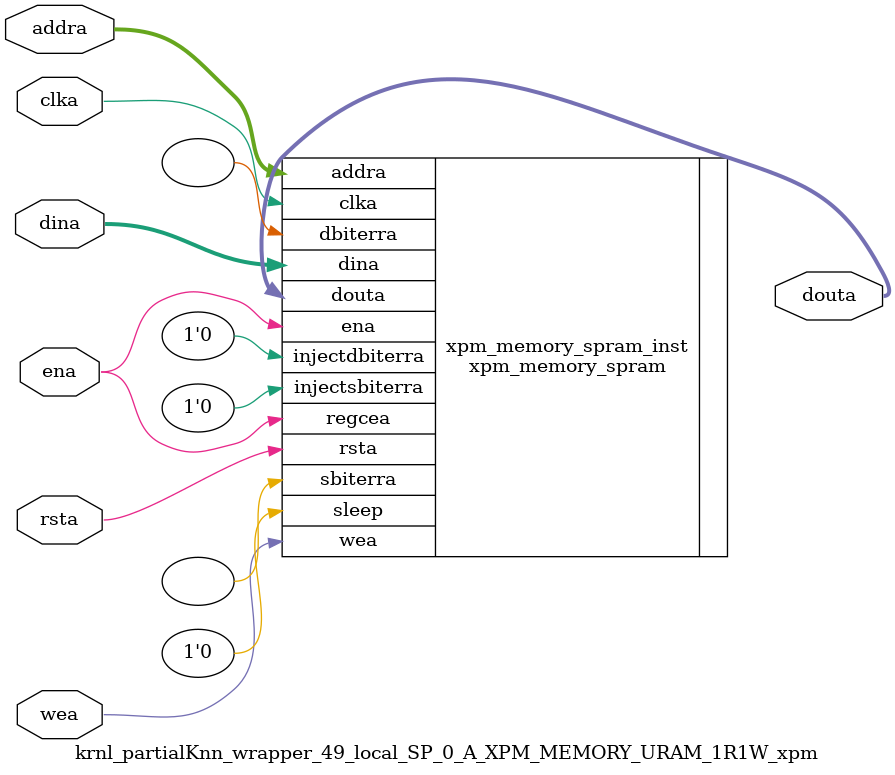
<source format=v>
`timescale 1 ns / 1 ps
module krnl_partialKnn_wrapper_49_local_SP_0_A_XPM_MEMORY_URAM_1R1W_xpm # (
  // Common module parameters
  parameter integer                 MEMORY_SIZE        = 524288,
  parameter                         MEMORY_PRIMITIVE   = "ultra",
  parameter                         ECC_MODE           = "no_ecc",
  parameter                         MEMORY_INIT_FILE   = "none",
  parameter                         WAKEUP_TIME        = "disable_sleep",
  parameter integer                 MESSAGE_CONTROL    = 0,
  // Port A module parameters
  parameter integer                 WRITE_DATA_WIDTH_A = 256,
  parameter integer                 READ_DATA_WIDTH_A  = WRITE_DATA_WIDTH_A,
  parameter integer                 BYTE_WRITE_WIDTH_A = WRITE_DATA_WIDTH_A,
  parameter integer                 ADDR_WIDTH_A       = 11,
  parameter                         READ_RESET_VALUE_A = "0",
  parameter integer                 READ_LATENCY_A     = 1,
  parameter                         WRITE_MODE_A       = "read_first"
) (
  // Port A module ports
  input  wire                                               clka,
  input  wire                                               rsta,
  input  wire                                               ena,
  input  wire [(WRITE_DATA_WIDTH_A/BYTE_WRITE_WIDTH_A)-1:0] wea,
  input  wire [ADDR_WIDTH_A-1:0]                            addra,
  input  wire [WRITE_DATA_WIDTH_A-1:0]                      dina,
  output wire [READ_DATA_WIDTH_A-1:0]                       douta
);
// Set parameter values and connect ports to instantiate an XPM_MEMORY single port RAM configuration
xpm_memory_spram # (
  // Common module parameters
  .MEMORY_SIZE        (MEMORY_SIZE),   //positive integer
  .MEMORY_PRIMITIVE   (MEMORY_PRIMITIVE),      //string; "auto", "distributed", "block" or "ultra";
  .ECC_MODE           (ECC_MODE),      //do not change
  .MEMORY_INIT_FILE   (MEMORY_INIT_FILE), //string; "none" or "<filename>.mem" 
  .MEMORY_INIT_PARAM  (""), //string;
  .WAKEUP_TIME        (WAKEUP_TIME),      //string; "disable_sleep" or "use_sleep_pin"
  .MESSAGE_CONTROL    (MESSAGE_CONTROL),      //do not change
  // Port A module parameters
  .WRITE_DATA_WIDTH_A (WRITE_DATA_WIDTH_A),     //positive integer
  .READ_DATA_WIDTH_A  (READ_DATA_WIDTH_A),     //positive integer
  .BYTE_WRITE_WIDTH_A (BYTE_WRITE_WIDTH_A),     //integer; 8, 9, or WRITE_DATA_WIDTH_A value
  .ADDR_WIDTH_A       (ADDR_WIDTH_A),      //positive integer
  .READ_RESET_VALUE_A (READ_RESET_VALUE_A),  //string
  .READ_LATENCY_A     (READ_LATENCY_A),      //non-negative integer
  .WRITE_MODE_A       (WRITE_MODE_A)       //string; "write_first", "read_first", "no_change"
) xpm_memory_spram_inst (
  // Common module ports
  .sleep          (1'b0),  //do not change
  // Port A module ports
  .clka           (clka),
  .rsta           (rsta),
  .ena            (ena),
  .regcea         (ena),
  .wea            (wea),
  .addra          (addra),
  .dina           (dina),
  .injectsbiterra (1'b0),  //do not change
  .injectdbiterra (1'b0),  //do not change
  .douta          (douta),
  .sbiterra       (),      //do not change
  .dbiterra       ()       //do not change
);
endmodule
</source>
